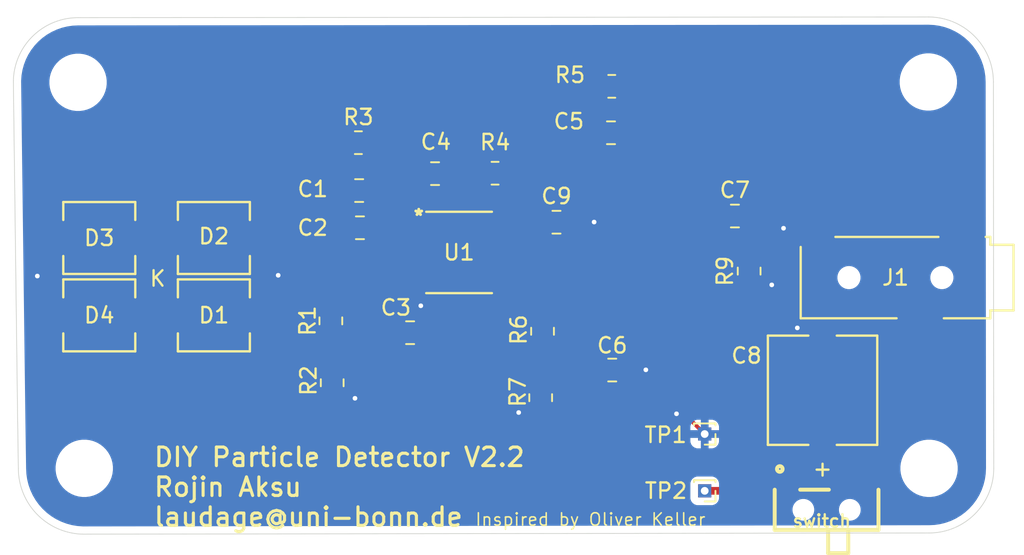
<source format=kicad_pcb>
(kicad_pcb (version 20241229) (generator "pcbnew") (generator_version "9.0")
  (layers (0 "F.Cu" signal) (2 "B.Cu" signal) (13 "F.Paste" user) (15 "B.Paste" user) (5 "F.SilkS" user "F.Silkscreen") (7 "B.SilkS" user "B.Silkscreen") (1 "F.Mask" user) (3 "B.Mask" user) (25 "Edge.Cuts" user))
  (net 0 "")
  (net 1 "Net-(U1--IN2)")
  (net 2 "/input_signal")
  (net 3 "GND")
  (net 4 "Net-(U1-+IN1)")
  (net 5 "Net-(C1-Pad2)")
  (net 6 "Net-(U1-OUT1)")
  (net 7 "Net-(U1-OUT2)")
  (net 8 "/output_signal")
  (net 9 "Net-(U1-+IN2)")
  (net 10 "VCC")
  (net 11 "Net-(SW2-A)")
  (net 12 "Net-(C4-Pad2)")
  (footprint "Capacitor_SMD:C_0805_2012Metric" (layer "F.Cu") (at 101.79 77.14)
    (property "Reference" "C9" (at 0 -1.68 0) (layer "F.SilkS"))
    (property "Value" "C" (hide yes))
    (fp_line (start -0.261252 -0.735) (end 0.261252 -0.735) (stroke (width 0.12)) (layer "F.SilkS"))
    (fp_line (start -0.261252 0.735) (end 0.261252 0.735) (stroke (width 0.12)) (layer "F.SilkS"))
    (pad "1" smd roundrect (at -0.95 0) (size 1 1.45) (layers "F.Cu" "F.Mask" "F.Paste") (net 10 "VCC"))
    (pad "2" smd roundrect (at 0.95 0) (size 1 1.45) (layers "F.Cu" "F.Mask" "F.Paste") (net 3 "GND"))
  )
  (footprint "footprints:LED_VBPW34S_VIS" (layer "F.Cu") (at 79.67 83.16)
    (property "Reference" "D1" (at 0 0 0) (layer "F.SilkS"))
    (property "Value" "BPW34-SMD" (hide yes))
    (fp_line (start -2.3241 -2.3241) (end -2.3241 -1.165191) (stroke (width 0.1524)) (layer "F.SilkS"))
    (fp_line (start -2.3241 1.165191) (end -2.3241 2.3241) (stroke (width 0.1524)) (layer "F.SilkS"))
    (fp_line (start -2.3241 2.3241) (end 2.3241 2.3241) (stroke (width 0.1524)) (layer "F.SilkS"))
    (fp_line (start 2.3241 -2.3241) (end -2.3241 -2.3241) (stroke (width 0.1524)) (layer "F.SilkS"))
    (fp_line (start 2.3241 -1.165191) (end 2.3241 -2.3241) (stroke (width 0.1524)) (layer "F.SilkS"))
    (fp_line (start 2.3241 2.3241) (end 2.3241 1.165191) (stroke (width 0.1524)) (layer "F.SilkS"))
    (pad "1" smd rect (at -3.0988 0) (size 1.2192 1.7526) (layers "F.Cu" "F.Mask" "F.Paste") (net 2 "/input_signal"))
    (pad "2" smd rect (at 3.0988 0) (size 1.2192 1.7526) (layers "F.Cu" "F.Mask" "F.Paste") (net 3 "GND"))
  )
  (footprint "footprints:R_8_ADI" (layer "F.Cu") (at 95.5 79.095)
    (property "Reference" "U1" (at 0 0 0) (layer "F.SilkS"))
    (property "Value" "AD8092ARZ-REEL7" (hide yes))
    (fp_line (start -2.1209 2.6289) (end 2.1209 2.6289) (stroke (width 0.1524)) (layer "F.SilkS"))
    (fp_line (start 2.1209 -2.6289) (end -2.1209 -2.6289) (stroke (width 0.1524)) (layer "F.SilkS"))
    (pad "1" smd rect (at -2.4638 -1.905) (size 1.9812 0.5588) (layers "F.Cu" "F.Mask" "F.Paste") (net 6 "Net-(U1-OUT1)"))
    (pad "2" smd rect (at -2.4638 -0.635) (size 1.9812 0.5588) (layers "F.Cu" "F.Mask" "F.Paste") (net 2 "/input_signal"))
    (pad "3" smd rect (at -2.4638 0.635) (size 1.9812 0.5588) (layers "F.Cu" "F.Mask" "F.Paste") (net 4 "Net-(U1-+IN1)"))
    (pad "4" smd rect (at -2.4638 1.905) (size 1.9812 0.5588) (layers "F.Cu" "F.Mask" "F.Paste") (net 3 "GND"))
    (pad "5" smd rect (at 2.4638 1.905) (size 1.9812 0.5588) (layers "F.Cu" "F.Mask" "F.Paste") (net 9 "Net-(U1-+IN2)"))
    (pad "6" smd rect (at 2.4638 0.635) (size 1.9812 0.5588) (layers "F.Cu" "F.Mask" "F.Paste") (net 1 "Net-(U1--IN2)"))
    (pad "7" smd rect (at 2.4638 -0.635) (size 1.9812 0.5588) (layers "F.Cu" "F.Mask" "F.Paste") (net 7 "Net-(U1-OUT2)"))
    (pad "8" smd rect (at 2.4638 -1.905) (size 1.9812 0.5588) (layers "F.Cu" "F.Mask" "F.Paste") (net 10 "VCC"))
  )
  (footprint "Resistor_SMD:R_0805_2012Metric" (layer "F.Cu") (at 87.30925 87.51575 -90)
    (property "Reference" "R2" (at -0.1375 1.5275 90) (layer "F.SilkS"))
    (property "Value" "15k" (hide yes))
    (fp_line (start -0.227064 0.735) (end 0.227064 0.735) (stroke (width 0.12)) (layer "F.SilkS"))
    (fp_line (start -0.227064 -0.735) (end 0.227064 -0.735) (stroke (width 0.12)) (layer "F.SilkS"))
    (pad "1" smd roundrect (at -0.9125 0 270) (size 1.025 1.4) (layers "F.Cu" "F.Mask" "F.Paste") (roundrect_rratio 0.243902) (net 4 "Net-(U1-+IN1)"))
    (pad "2" smd roundrect (at 0.9125 0 270) (size 1.025 1.4) (layers "F.Cu" "F.Mask" "F.Paste") (roundrect_rratio 0.243902) (net 3 "GND"))
  )
  (footprint "footprints:CONN_SJ-2523-SMT-TR_CUD" (layer "F.Cu") (at 123.68 80.72 180)
    (property "Reference" "J1" (at 0 0 0) (layer "F.SilkS"))
    (property "Value" "Conn_01x02" (hide yes))
    (fp_line (start 6.1214 -2.6289) (end 6.1214 1.979663) (stroke (width 0.1524)) (layer "F.SilkS"))
    (fp_line (start 3.879069 2.6289) (end -2.767854 2.6289) (stroke (width 0.1524)) (layer "F.SilkS"))
    (fp_line (start -0.06786 -2.6289) (end 6.1214 -2.6289) (stroke (width 0.1524)) (layer "F.SilkS"))
    (fp_line (start -5.820934 2.6289) (end -6.1214 2.6289) (stroke (width 0.1524)) (layer "F.SilkS"))
    (fp_line (start -6.1214 2.6289) (end -6.1214 2.1209) (stroke (width 0.1524)) (layer "F.SilkS"))
    (fp_line (start -6.1214 2.1209) (end -7.62 2.1209) (stroke (width 0.1524)) (layer "F.SilkS"))
    (fp_line (start -6.1214 -2.1209) (end -6.1214 -2.6289) (stroke (width 0.1524)) (layer "F.SilkS"))
    (fp_line (start -6.1214 -2.6289) (end -3.12094 -2.6289) (stroke (width 0.1524)) (layer "F.SilkS"))
    (fp_line (start -7.62 2.1209) (end -7.62 -2.1209) (stroke (width 0.1524)) (layer "F.SilkS"))
    (fp_line (start -7.62 -2.1209) (end -6.1214 -2.1209) (stroke (width 0.1524)) (layer "F.SilkS"))
    (pad "" np_thru_hole circle (at -2.994401 0 180) (size 0.9906 0.9906) (drill 0.9906) (layers "*.Cu" "*.Mask"))
    (pad "" np_thru_hole circle (at 3.0056 0 180) (size 0.9906 0.9906) (drill 0.9906) (layers "*.Cu" "*.Mask"))
    (pad "1" smd rect (at -4.294394 3.506203 180) (size 2.3876 2.3876) (layers "F.Cu" "F.Mask" "F.Paste") (net 8 "/output_signal"))
    (pad "2" smd rect (at 5.405609 3.506203 180) (size 2.3876 2.3876) (layers "F.Cu" "F.Mask" "F.Paste") (net 3 "GND"))
    (pad "3" smd rect (at -1.5944 -3.506191 180) (size 2.3876 2.3876) (layers "F.Cu" "F.Mask" "F.Paste"))
  )
  (footprint "Resistor_SMD:R_0805_2012Metric" (layer "F.Cu") (at 100.89 84.1875 -90)
    (property "Reference" "R6" (at -0.0975 1.54 90) (layer "F.SilkS"))
    (property "Value" "10k" (hide yes))
    (fp_line (start -0.227064 0.735) (end 0.227064 0.735) (stroke (width 0.12)) (layer "F.SilkS"))
    (fp_line (start -0.227064 -0.735) (end 0.227064 -0.735) (stroke (width 0.12)) (layer "F.SilkS"))
    (pad "1" smd roundrect (at -0.9125 0 270) (size 1.025 1.4) (layers "F.Cu" "F.Mask" "F.Paste") (roundrect_rratio 0.243902) (net 10 "VCC"))
    (pad "2" smd roundrect (at 0.9125 0 270) (size 1.025 1.4) (layers "F.Cu" "F.Mask" "F.Paste") (roundrect_rratio 0.243902) (net 9 "Net-(U1-+IN2)"))
  )
  (footprint "footprints:PCAP_EEHZ_D_PAN" (layer "F.Cu") (at 118.97 88 90)
    (property "Reference" "C8" (at 2.2346 -4.91 0) (layer "F.SilkS"))
    (property "Value" "47mikro" (hide yes))
    (fp_line (start 3.5306 -3.5306) (end -3.5306 -3.5306) (stroke (width 0.1524)) (layer "F.SilkS"))
    (fp_line (start -3.5306 -3.5306) (end -3.5306 -0.91694) (stroke (width 0.1524)) (layer "F.SilkS"))
    (fp_line (start 3.5306 -0.91694) (end 3.5306 -3.5306) (stroke (width 0.1524)) (layer "F.SilkS"))
    (fp_line (start -5.1308 -0.381) (end -5.1308 0.381) (stroke (width 0.1524)) (layer "F.SilkS"))
    (fp_line (start -4.7498 0) (end -5.5118 0) (stroke (width 0.1524)) (layer "F.SilkS"))
    (fp_line (start -3.5306 0.91694) (end -3.5306 3.5306) (stroke (width 0.1524)) (layer "F.SilkS"))
    (fp_line (start 3.5306 3.5306) (end 3.5306 0.91694) (stroke (width 0.1524)) (layer "F.SilkS"))
    (fp_line (start -3.5306 3.5306) (end 3.5306 3.5306) (stroke (width 0.1524)) (layer "F.SilkS"))
    (pad "1" smd rect (at -2.5146 0 90) (size 2.9972 1.1684) (layers "F.Cu" "F.Mask" "F.Paste") (net 10 "VCC"))
    (pad "2" smd rect (at 2.5146 0 90) (size 2.9972 1.1684) (layers "F.Cu" "F.Mask" "F.Paste") (net 3 "GND"))
  )
  (footprint "MountingHole:MountingHole_3.2mm_M3" (layer "F.Cu") (at 125.846188 93.046188)
    (property "Reference" "REF**" (hide yes))
    (property "Value" "MountingHole_3.2mm_M3" (hide yes))
    (pad "" np_thru_hole circle (at 0 0) (size 3.2 3.2) (drill 3.2) (layers "*.Cu" "*.Mask"))
  )
  (footprint "Capacitor_SMD:C_0805_2012Metric" (layer "F.Cu") (at 105.39 86.695 180)
    (property "Reference" "C6" (at 0 1.5875 0) (layer "F.SilkS"))
    (property "Value" "100n" (hide yes))
    (fp_line (start -0.261252 0.735) (end 0.261252 0.735) (stroke (width 0.12)) (layer "F.SilkS"))
    (fp_line (start -0.261252 -0.735) (end 0.261252 -0.735) (stroke (width 0.12)) (layer "F.SilkS"))
    (pad "1" smd roundrect (at -0.95 0 180) (size 1 1.45) (layers "F.Cu" "F.Mask" "F.Paste") (net 3 "GND"))
    (pad "2" smd roundrect (at 0.95 0 180) (size 1 1.45) (layers "F.Cu" "F.Mask" "F.Paste") (net 9 "Net-(U1-+IN2)"))
  )
  (footprint "Capacitor_SMD:C_0805_2012Metric" (layer "F.Cu") (at 89.05 75.095)
    (property "Reference" "C1" (at -3 -0.095 0) (layer "F.SilkS"))
    (property "Value" "10p" (hide yes))
    (fp_line (start -0.261252 -0.735) (end 0.261252 -0.735) (stroke (width 0.12)) (layer "F.SilkS"))
    (fp_line (start -0.261252 0.735) (end 0.261252 0.735) (stroke (width 0.12)) (layer "F.SilkS"))
    (pad "1" smd roundrect (at -0.95 0) (size 1 1.45) (layers "F.Cu" "F.Mask" "F.Paste") (net 2 "/input_signal"))
    (pad "2" smd roundrect (at 0.95 0) (size 1 1.45) (layers "F.Cu" "F.Mask" "F.Paste") (net 5 "Net-(C1-Pad2)"))
  )
  (footprint "Resistor_SMD:R_0805_2012Metric" (layer "F.Cu") (at 114.23 80.3 -90)
    (property "Reference" "R9" (at 0 1.56 90) (layer "F.SilkS"))
    (property "Value" "2.2k" (hide yes))
    (fp_line (start -0.227064 0.735) (end 0.227064 0.735) (stroke (width 0.12)) (layer "F.SilkS"))
    (fp_line (start -0.227064 -0.735) (end 0.227064 -0.735) (stroke (width 0.12)) (layer "F.SilkS"))
    (pad "1" smd roundrect (at -0.9125 0 270) (size 1.025 1.4) (layers "F.Cu" "F.Mask" "F.Paste") (roundrect_rratio 0.243902) (net 8 "/output_signal"))
    (pad "2" smd roundrect (at 0.9125 0 270) (size 1.025 1.4) (layers "F.Cu" "F.Mask" "F.Paste") (roundrect_rratio 0.243902) (net 3 "GND"))
  )
  (footprint "footprints:LED_VBPW34S_VIS" (layer "F.Cu") (at 72.27 83.16 180)
    (property "Reference" "D4" (at 0 0 0) (layer "F.SilkS"))
    (property "Value" "BPW34-SMD" (hide yes))
    (fp_line (start 2.3241 2.3241) (end 2.3241 1.165191) (stroke (width 0.1524)) (layer "F.SilkS"))
    (fp_line (start 2.3241 -1.165191) (end 2.3241 -2.3241) (stroke (width 0.1524)) (layer "F.SilkS"))
    (fp_line (start 2.3241 -2.3241) (end -2.3241 -2.3241) (stroke (width 0.1524)) (layer "F.SilkS"))
    (fp_line (start -2.3241 2.3241) (end 2.3241 2.3241) (stroke (width 0.1524)) (layer "F.SilkS"))
    (fp_line (start -2.3241 1.165191) (end -2.3241 2.3241) (stroke (width 0.1524)) (layer "F.SilkS"))
    (fp_line (start -2.3241 -2.3241) (end -2.3241 -1.165191) (stroke (width 0.1524)) (layer "F.SilkS"))
    (pad "1" smd rect (at -3.0988 0 180) (size 1.2192 1.7526) (layers "F.Cu" "F.Mask" "F.Paste") (net 2 "/input_signal"))
    (pad "2" smd rect (at 3.0988 0 180) (size 1.2192 1.7526) (layers "F.Cu" "F.Mask" "F.Paste") (net 3 "GND"))
  )
  (footprint "MountingHole:MountingHole_3.2mm_M3" (layer "F.Cu") (at 71.3 93.046188)
    (property "Reference" "REF**" (hide yes))
    (property "Value" "MountingHole_3.2mm_M3" (hide yes))
    (pad "" np_thru_hole circle (at 0 0) (size 3.2 3.2) (drill 3.2) (layers "*.Cu" "*.Mask"))
  )
  (footprint "Capacitor_SMD:C_0805_2012Metric" (layer "F.Cu") (at 92.34 84.28)
    (property "Reference" "C3" (at -0.92 -1.62 0) (layer "F.SilkS"))
    (property "Value" "100n" (hide yes))
    (fp_line (start -0.261252 -0.735) (end 0.261252 -0.735) (stroke (width 0.12)) (layer "F.SilkS"))
    (fp_line (start -0.261252 0.735) (end 0.261252 0.735) (stroke (width 0.12)) (layer "F.SilkS"))
    (pad "1" smd roundrect (at -0.95 0) (size 1 1.45) (layers "F.Cu" "F.Mask" "F.Paste") (net 4 "Net-(U1-+IN1)"))
    (pad "2" smd roundrect (at 0.95 0) (size 1 1.45) (layers "F.Cu" "F.Mask" "F.Paste") (net 3 "GND"))
  )
  (footprint "MountingHole:MountingHole_3.2mm_M3" (layer "F.Cu") (at 70.9 68.1)
    (property "Reference" "REF**" (hide yes))
    (property "Value" "MountingHole_3.2mm_M3" (hide yes))
    (pad "" np_thru_hole circle (at 0 0) (size 3.2 3.2) (drill 3.2) (layers "*.Cu" "*.Mask"))
  )
  (footprint "footprints:SSSS810701" (layer "F.Cu") (at 119.98 93.976335)
    (property "Reference" "switch" (at -1.06 2.473665 0) (layer "F.SilkS") (effects (font (size 0.8 0.8) (thickness 0.15) (bold yes))))
    (property "Value" "SW_SPST" (hide yes))
    (fp_line (start -4.1 3.05) (end -4.1 0.45) (stroke (width 0.254)) (layer "F.SilkS"))
    (fp_line (start -2.45367 0.45) (end -0.60467 0.45) (stroke (width 0.254)) (layer "F.SilkS"))
    (fp_line (start -0.65 3.05) (end -0.65 4.55) (stroke (width 0.254)) (layer "F.SilkS"))
    (fp_line (start -0.65 4.55) (end 0.65 4.55) (stroke (width 0.254)) (layer "F.SilkS"))
    (fp_line (start 0.65 4.55) (end 0.65 3.05) (stroke (width 0.254)) (layer "F.SilkS"))
    (fp_line (start 2.6 0.45) (end 2.6 3.05) (stroke (width 0.254)) (layer "F.SilkS"))
    (fp_line (start 2.6 3.05) (end -4.1 3.05) (stroke (width 0.254)) (layer "F.SilkS"))
    (fp_circle (center -3.77033 -0.88867) (end -3.77033 -0.83467) (stroke (width 0.254)) (fill no) (layer "F.SilkS"))
    (pad "" np_thru_hole circle (at -2.25 1.75) (size 0.9 0.9) (drill 0.9) (layers "*.Cu" "*.Mask"))
    (pad "" np_thru_hole circle (at 0.75 1.75) (size 0.9 0.9) (drill 0.9) (layers "*.Cu" "*.Mask"))
    (pad "1" smd rect (at -3 0) (size 0.7 1.5) (layers "F.Cu" "F.Mask" "F.Paste") (net 11 "Net-(SW2-A)"))
    (pad "2" smd rect (at 0 0) (size 0.7 1.5) (layers "F.Cu" "F.Mask" "F.Paste") (net 10 "VCC"))
    (pad "3" smd rect (at 1.5 0) (size 0.7 1.5) (layers "F.Cu" "F.Mask" "F.Paste"))
  )
  (footprint "Connector_PinHeader_1.00mm:PinHeader_1x01_P1.00mm_Vertical" (layer "F.Cu") (at 111.36 90.83 180)
    (property "Reference" "TP1" (at 2.52 -0.06 0) (layer "F.SilkS"))
    (property "Value" "-" (hide yes))
    (fp_line (start 0.695 0.685) (end 0.695 0.56) (stroke (width 0.12)) (layer "F.SilkS"))
    (fp_line (start 0.608276 0.685) (end 0.695 0.685) (stroke (width 0.12)) (layer "F.SilkS"))
    (fp_line (start -0.695 0.685) (end 0.695 0.685) (stroke (width 0.12)) (layer "F.SilkS"))
    (fp_line (start -0.695 0.685) (end -0.608276 0.685) (stroke (width 0.12)) (layer "F.SilkS"))
    (fp_line (start -0.695 0.685) (end -0.695 0.56) (stroke (width 0.12)) (layer "F.SilkS"))
    (fp_line (start -0.695 0) (end -0.695 -0.685) (stroke (width 0.12)) (layer "F.SilkS"))
    (fp_line (start -0.695 -0.685) (end 0 -0.685) (stroke (width 0.12)) (layer "F.SilkS"))
    (pad "1" thru_hole rect (at 0 0 180) (size 0.85 0.85) (drill 0.5) (layers "*.Cu" "*.Mask") (net 3 "GND"))
  )
  (footprint "Capacitor_SMD:C_0805_2012Metric" (layer "F.Cu") (at 89.1 77.5)
    (property "Reference" "C2" (at -3.05 0 0) (layer "F.SilkS"))
    (property "Value" "10p" (hide yes))
    (fp_line (start -0.261252 -0.735) (end 0.261252 -0.735) (stroke (width 0.12)) (layer "F.SilkS"))
    (fp_line (start -0.261252 0.735) (end 0.261252 0.735) (stroke (width 0.12)) (layer "F.SilkS"))
    (pad "1" smd roundrect (at -0.95 0) (size 1 1.45) (layers "F.Cu" "F.Mask" "F.Paste") (net 5 "Net-(C1-Pad2)"))
    (pad "2" smd roundrect (at 0.95 0) (size 1 1.45) (layers "F.Cu" "F.Mask" "F.Paste") (net 6 "Net-(U1-OUT1)"))
  )
  (footprint "Connector_PinHeader_1.00mm:PinHeader_1x01_P1.00mm_Vertical" (layer "F.Cu") (at 111.36 94.5 180)
    (property "Reference" "TP2" (at 2.5 0 0) (layer "F.SilkS"))
    (property "Value" "+" (hide yes))
    (fp_line (start 0.695 0.685) (end 0.695 0.56) (stroke (width 0.12)) (layer "F.SilkS"))
    (fp_line (start 0.608276 0.685) (end 0.695 0.685) (stroke (width 0.12)) (layer "F.SilkS"))
    (fp_line (start -0.695 0.685) (end 0.695 0.685) (stroke (width 0.12)) (layer "F.SilkS"))
    (fp_line (start -0.695 0.685) (end -0.608276 0.685) (stroke (width 0.12)) (layer "F.SilkS"))
    (fp_line (start -0.695 0.685) (end -0.695 0.56) (stroke (width 0.12)) (layer "F.SilkS"))
    (fp_line (start -0.695 0) (end -0.695 -0.685) (stroke (width 0.12)) (layer "F.SilkS"))
    (fp_line (start -0.695 -0.685) (end 0 -0.685) (stroke (width 0.12)) (layer "F.SilkS"))
    (pad "1" thru_hole rect (at 0 0 180) (size 0.85 0.85) (drill 0.5) (layers "*.Cu" "*.Mask") (net 11 "Net-(SW2-A)"))
  )
  (footprint "footprints:LED_VBPW34S_VIS" (layer "F.Cu") (at 79.67 78.16)
    (property "Reference" "D2" (at 0 -0.1092 0) (layer "F.SilkS"))
    (property "Value" "BPW34-SMD" (hide yes))
    (fp_line (start -2.3241 -2.3241) (end -2.3241 -1.165191) (stroke (width 0.1524)) (layer "F.SilkS"))
    (fp_line (start -2.3241 1.165191) (end -2.3241 2.3241) (stroke (width 0.1524)) (layer "F.SilkS"))
    (fp_line (start -2.3241 2.3241) (end 2.3241 2.3241) (stroke (width 0.1524)) (layer "F.SilkS"))
    (fp_line (start 2.3241 -2.3241) (end -2.3241 -2.3241) (stroke (width 0.1524)) (layer "F.SilkS"))
    (fp_line (start 2.3241 -1.165191) (end 2.3241 -2.3241) (stroke (width 0.1524)) (layer "F.SilkS"))
    (fp_line (start 2.3241 2.3241) (end 2.3241 1.165191) (stroke (width 0.1524)) (layer "F.SilkS"))
    (pad "1" smd rect (at -3.0988 0) (size 1.2192 1.7526) (layers "F.Cu" "F.Mask" "F.Paste") (net 2 "/input_signal"))
    (pad "2" smd rect (at 3.0988 0) (size 1.2192 1.7526) (layers "F.Cu" "F.Mask" "F.Paste") (net 3 "GND"))
  )
  (footprint "Resistor_SMD:R_0805_2012Metric" (layer "F.Cu") (at 89 72)
    (property "Reference" "R3" (at 0 -1.65 0) (layer "F.SilkS"))
    (property "Value" "15Mega" (hide yes))
    (fp_line (start -0.227064 -0.735) (end 0.227064 -0.735) (stroke (width 0.12)) (layer "F.SilkS"))
    (fp_line (start -0.227064 0.735) (end 0.227064 0.735) (stroke (width 0.12)) (layer "F.SilkS"))
    (pad "1" smd roundrect (at -0.9125 0) (size 1.025 1.4) (layers "F.Cu" "F.Mask" "F.Paste") (roundrect_rratio 0.243902) (net 2 "/input_signal"))
    (pad "2" smd roundrect (at 0.9125 0) (size 1.025 1.4) (layers "F.Cu" "F.Mask" "F.Paste") (roundrect_rratio 0.243902) (net 6 "Net-(U1-OUT1)"))
  )
  (footprint "Resistor_SMD:R_0805_2012Metric" (layer "F.Cu") (at 100.77 88.48 -90)
    (property "Reference" "R7" (at -0.37 1.48 90) (layer "F.SilkS"))
    (property "Value" "10k" (hide yes))
    (fp_line (start -0.227064 0.735) (end 0.227064 0.735) (stroke (width 0.12)) (layer "F.SilkS"))
    (fp_line (start -0.227064 -0.735) (end 0.227064 -0.735) (stroke (width 0.12)) (layer "F.SilkS"))
    (pad "1" smd roundrect (at -0.9125 0 270) (size 1.025 1.4) (layers "F.Cu" "F.Mask" "F.Paste") (roundrect_rratio 0.243902) (net 9 "Net-(U1-+IN2)"))
    (pad "2" smd roundrect (at 0.9125 0 270) (size 1.025 1.4) (layers "F.Cu" "F.Mask" "F.Paste") (roundrect_rratio 0.243902) (net 3 "GND"))
  )
  (footprint "footprints:LED_VBPW34S_VIS" (layer "F.Cu") (at 72.27 78.16 180)
    (property "Reference" "D3" (at 0 0 0) (layer "F.SilkS"))
    (property "Value" "BPW34-SMD" (hide yes))
    (fp_line (start 2.3241 2.3241) (end 2.3241 1.165191) (stroke (width 0.1524)) (layer "F.SilkS"))
    (fp_line (start 2.3241 -1.165191) (end 2.3241 -2.3241) (stroke (width 0.1524)) (layer "F.SilkS"))
    (fp_line (start 2.3241 -2.3241) (end -2.3241 -2.3241) (stroke (width 0.1524)) (layer "F.SilkS"))
    (fp_line (start -2.3241 2.3241) (end 2.3241 2.3241) (stroke (width 0.1524)) (layer "F.SilkS"))
    (fp_line (start -2.3241 1.165191) (end -2.3241 2.3241) (stroke (width 0.1524)) (layer "F.SilkS"))
    (fp_line (start -2.3241 -2.3241) (end -2.3241 -1.165191) (stroke (width 0.1524)) (layer "F.SilkS"))
    (pad "1" smd rect (at -3.0988 0 180) (size 1.2192 1.7526) (layers "F.Cu" "F.Mask" "F.Paste") (net 2 "/input_signal"))
    (pad "2" smd rect (at 3.0988 0 180) (size 1.2192 1.7526) (layers "F.Cu" "F.Mask" "F.Paste") (net 3 "GND"))
  )
  (footprint "MountingHole:MountingHole_3.2mm_M3" (layer "F.Cu") (at 125.799999 68.077321)
    (property "Reference" "REF**" (hide yes))
    (property "Value" "MountingHole_3.2mm_M3" (hide yes))
    (pad "" np_thru_hole circle (at 0 0) (size 3.2 3.2) (drill 3.2) (layers "*.Cu" "*.Mask"))
  )
  (footprint "Capacitor_SMD:C_0805_2012Metric" (layer "F.Cu") (at 93.95 74)
    (property "Reference" "C4" (at 0.05 -2.05 0) (layer "F.SilkS"))
    (property "Value" "100n" (hide yes))
    (fp_line (start -0.261252 -0.735) (end 0.261252 -0.735) (stroke (width 0.12)) (layer "F.SilkS"))
    (fp_line (start -0.261252 0.735) (end 0.261252 0.735) (stroke (width 0.12)) (layer "F.SilkS"))
    (pad "1" smd roundrect (at -0.95 0) (size 1 1.45) (layers "F.Cu" "F.Mask" "F.Paste") (net 6 "Net-(U1-OUT1)"))
    (pad "2" smd roundrect (at 0.95 0) (size 1 1.45) (layers "F.Cu" "F.Mask" "F.Paste") (net 12 "Net-(C4-Pad2)"))
  )
  (footprint "Resistor_SMD:R_0805_2012Metric" (layer "F.Cu") (at 97.825 73.975)
    (property "Reference" "R4" (at 0 -2 0) (layer "F.SilkS"))
    (property "Value" "1k" (hide yes))
    (fp_line (start -0.227064 -0.735) (end 0.227064 -0.735) (stroke (width 0.12)) (layer "F.SilkS"))
    (fp_line (start -0.227064 0.735) (end 0.227064 0.735) (stroke (width 0.12)) (layer "F.SilkS"))
    (pad "1" smd roundrect (at -0.9125 0) (size 1.025 1.4) (layers "F.Cu" "F.Mask" "F.Paste") (roundrect_rratio 0.243902) (net 12 "Net-(C4-Pad2)"))
    (pad "2" smd roundrect (at 0.9125 0) (size 1.025 1.4) (layers "F.Cu" "F.Mask" "F.Paste") (roundrect_rratio 0.243902) (net 1 "Net-(U1--IN2)"))
  )
  (footprint "Capacitor_SMD:C_0805_2012Metric" (layer "F.Cu") (at 105.31 71.36)
    (property "Reference" "C5" (at -2.72 -0.735 0) (layer "F.SilkS"))
    (property "Value" "10p" (hide yes))
    (fp_line (start -0.261252 -0.735) (end 0.261252 -0.735) (stroke (width 0.12)) (layer "F.SilkS"))
    (fp_line (start -0.261252 0.735) (end 0.261252 0.735) (stroke (width 0.12)) (layer "F.SilkS"))
    (pad "1" smd roundrect (at -0.95 0) (size 1 1.45) (layers "F.Cu" "F.Mask" "F.Paste") (net 1 "Net-(U1--IN2)"))
    (pad "2" smd roundrect (at 0.95 0) (size 1 1.45) (layers "F.Cu" "F.Mask" "F.Paste") (net 7 "Net-(U1-OUT2)"))
  )
  (footprint "Resistor_SMD:R_0805_2012Metric" (layer "F.Cu") (at 105.36 68.36)
    (property "Reference" "R5" (at -2.7 -0.735 0) (layer "F.SilkS"))
    (property "Value" "100k" (hide yes))
    (fp_line (start -0.227064 -0.735) (end 0.227064 -0.735) (stroke (width 0.12)) (layer "F.SilkS"))
    (fp_line (start -0.227064 0.735) (end 0.227064 0.735) (stroke (width 0.12)) (layer "F.SilkS"))
    (pad "1" smd roundrect (at -0.9125 0) (size 1.025 1.4) (layers "F.Cu" "F.Mask" "F.Paste") (roundrect_rratio 0.243902) (net 1 "Net-(U1--IN2)"))
    (pad "2" smd roundrect (at 0.9125 0) (size 1.025 1.4) (layers "F.Cu" "F.Mask" "F.Paste") (roundrect_rratio 0.243902) (net 7 "Net-(U1-OUT2)"))
  )
  (footprint "Resistor_SMD:R_0805_2012Metric" (layer "F.Cu") (at 87.22175 83.51575 90)
    (property "Reference" "R1" (at 0 -1.5 90) (layer "F.SilkS"))
    (property "Value" "4.7k" (hide yes))
    (fp_line (start -0.227064 -0.735) (end 0.227064 -0.735) (stroke (width 0.12)) (layer "F.SilkS"))
    (fp_line (start -0.227064 0.735) (end 0.227064 0.735) (stroke (width 0.12)) (layer "F.SilkS"))
    (pad "1" smd roundrect (at -0.9125 0 90) (size 1.025 1.4) (layers "F.Cu" "F.Mask" "F.Paste") (roundrect_rratio 0.243902) (net 10 "VCC"))
    (pad "2" smd roundrect (at 0.9125 0 90) (size 1.025 1.4) (layers "F.Cu" "F.Mask" "F.Paste") (roundrect_rratio 0.243902) (net 4 "Net-(U1-+IN1)"))
  )
  (footprint "Capacitor_SMD:C_0805_2012Metric" (layer "F.Cu") (at 113.31 76.74)
    (property "Reference" "C7" (at 0 -1.68 0) (layer "F.SilkS"))
    (property "Value" "100n" (hide yes))
    (fp_line (start -0.261252 -0.735) (end 0.261252 -0.735) (stroke (width 0.12)) (layer "F.SilkS"))
    (fp_line (start -0.261252 0.735) (end 0.261252 0.735) (stroke (width 0.12)) (layer "F.SilkS"))
    (pad "1" smd roundrect (at -0.95 0) (size 1 1.45) (layers "F.Cu" "F.Mask" "F.Paste") (net 7 "Net-(U1-OUT2)"))
    (pad "2" smd roundrect (at 0.95 0) (size 1 1.45) (layers "F.Cu" "F.Mask" "F.Paste") (net 8 "/output_signal"))
  )
  (gr_arc (start 71.2 97.3) (mid 68.256145 96.019374) (end 67.045025 93.046249) (stroke (width 0.05)) (layer "Edge.Cuts"))
  (gr_line (start 125.8462 97.223509) (end 71.2 97.3) (stroke (width 0.05)) (layer "Edge.Cuts"))
  (gr_line (start 70.90531 63.921487) (end 125.82 63.8773) (stroke (width 0.05)) (layer "Edge.Cuts"))
  (gr_line (start 67 90) (end 67.045025 93.0462) (stroke (width 0.05)) (layer "Edge.Cuts"))
  (gr_arc (start 125.82 63.8773) (mid 128.776952 65.114504) (end 130.000048 68.07732) (stroke (width 0.05)) (layer "Edge.Cuts"))
  (gr_arc (start 66.72268 68) (mid 67.980912 65.110196) (end 70.9 63.921483) (stroke (width 0.05)) (layer "Edge.Cuts"))
  (gr_line (start 66.72268 68) (end 67 90) (stroke (width 0.05)) (layer "Edge.Cuts"))
  (gr_arc (start 130.023509 93.046189) (mid 128.800007 96) (end 125.8462 97.223509) (stroke (width 0.05)) (layer "Edge.Cuts"))
  (gr_line (start 130 68.07732) (end 130.023509 93.046189) (stroke (width 0.05)) (layer "Edge.Cuts"))
  (gr_text "DIY Particle Detector V2.2\nRojin Aksu \nlaudage@uni-bonn.de" (at 75.7 96.89 0) (layer "F.SilkS") (effects (font (size 1.2 1.2) (thickness 0.2)) (justify left bottom)))
  (gr_text "*" (at 92.47 77.21 0) (layer "F.SilkS") (effects (font (size 0.8 0.8) (thickness 0.1875)) (justify left bottom)))
  (gr_text "Inspired by Oliver Keller" (at 96.49 96.82 0) (layer "F.SilkS") (effects (font (size 0.8 0.8) (thickness 0.1)) (justify left bottom)))
  (gr_text "K" (at 75.44 81.37 0) (layer "F.SilkS") (effects (font (size 1 1)) (justify left bottom)))
  (segment (start 98.7375 73.975) (end 100.97 73.975) (width 0.25) (layer "F.Cu") (net 1))
  (segment (start 104.846 77.764) (end 102.88 79.73) (width 0.25) (layer "F.Cu") (net 1))
  (segment (start 102.2 72.735) (end 102.2 69.03) (width 0.25) (layer "F.Cu") (net 1))
  (segment (start 101.950298 73.975) (end 101.950298 72.984702) (width 0.25) (layer "F.Cu") (net 1))
  (segment (start 102.87 68.36) (end 104.4475 68.36) (width 0.25) (layer "F.Cu") (net 1))
  (segment (start 100.97 73.975) (end 101.950298 73.975) (width 0.25) (layer "F.Cu") (net 1))
  (segment (start 102.2 69.03) (end 102.87 68.36) (width 0.25) (layer "F.Cu") (net 1))
  (segment (start 102.985 72.735) (end 104.36 71.36) (width 0.25) (layer "F.Cu") (net 1))
  (segment (start 101.950298 72.984702) (end 102.2 72.735) (width 0.25) (layer "F.Cu") (net 1))
  (segment (start 102.88 79.73) (end 97.9638 79.73) (width 0.25) (layer "F.Cu") (net 1))
  (segment (start 102.2 72.735) (end 102.985 72.735) (width 0.25) (layer "F.Cu") (net 1))
  (segment (start 101.950298 73.975) (end 104.846 76.870702) (width 0.25) (layer "F.Cu") (net 1))
  (segment (start 104.846 76.870702) (end 104.846 77.764) (width 0.25) (layer "F.Cu") (net 1))
  (segment (start 92.325 78.46) (end 93.0362 78.46) (width 0.2) (layer "F.Cu") (net 2))
  (segment (start 85.08 72) (end 88.0875 72) (width 0.25) (layer "F.Cu") (net 2))
  (segment (start 76.5712 78.16) (end 75.3688 78.16) (width 0.25) (layer "F.Cu") (net 2))
  (segment (start 83.03 86.3) (end 76.28 86.3) (width 0.25) (layer "F.Cu") (net 2))
  (segment (start 85.08 77.6792) (end 86.5254 79.1246) (width 0.25) (layer "F.Cu") (net 2))
  (segment (start 86.5254 79.1246) (end 92.3716 79.1246) (width 0.25) (layer "F.Cu") (net 2))
  (segment (start 85.08 80.57) (end 85.08 84.25) (width 0.25) (layer "F.Cu") (net 2))
  (segment (start 85.08 84.25) (end 83.03 86.3) (width 0.25) (layer "F.Cu") (net 2))
  (segment (start 76.28 86.3) (end 75.3688 85.3888) (width 0.25) (layer "F.Cu") (net 2))
  (segment (start 85.08 72) (end 85.08 77.6792) (width 0.25) (layer "F.Cu") (net 2))
  (segment (start 75.3688 78.16) (end 75.3688 72.9512) (width 0.25) (layer "F.Cu") (net 2))
  (segment (start 92.3716 79.1246) (end 93.0362 78.46) (width 0.25) (layer "F.Cu") (net 2))
  (segment (start 76.32 72) (end 85.08 72) (width 0.25) (layer "F.Cu") (net 2))
  (segment (start 75.3688 72.9512) (end 76.32 72) (width 0.25) (layer "F.Cu") (net 2))
  (segment (start 92.9702 78.526) (end 93.0362 78.46) (width 0.2) (layer "F.Cu") (net 2))
  (segment (start 86.5254 79.1246) (end 85.08 80.57) (width 0.25) (layer "F.Cu") (net 2))
  (segment (start 88.1 75.095) (end 85.285 75.095) (width 0.25) (layer "F.Cu") (net 2))
  (segment (start 75.3688 85.3888) (end 75.3688 83.16) (width 0.25) (layer "F.Cu") (net 2))
  (segment (start 93.03 82.54) (end 93.03 84.02) (width 0.25) (layer "F.Cu") (net 3))
  (segment (start 88.68825 88.42825) (end 88.78 88.52) (width 0.2) (layer "F.Cu") (net 3))
  (segment (start 110.05 89.52) (end 111.36 90.83) (width 0.25) (layer "F.Cu") (net 3))
  (segment (start 83.8212 80.5712) (end 82.7688 79.5188) (width 0.25) (layer "F.Cu") (net 3))
  (segment (start 69.1712 78.16) (end 69.1712 79.7188) (width 0.25) (layer "F.Cu") (net 3))
  (segment (start 102.74 77.14) (end 104.21 77.14) (width 0.25) (layer "F.Cu") (net 3))
  (segment (start 117.835992 83.97) (end 118.97 85.104008) (width 0.25) (layer "F.Cu") (net 3))
  (segment (start 104.21 77.14) (end 104.22 77.13) (width 0.25) (layer "F.Cu") (net 3))
  (segment (start 93.0362 82.5338) (end 93.03 82.54) (width 0.25) (layer "F.Cu") (net 3))
  (segment (start 114.23 81.2125) (end 115.6675 81.2125) (width 0.25) (layer "F.Cu") (net 3))
  (segment (start 83.8212 80.5712) (end 82.7688 81.6236) (width 0.25) (layer "F.Cu") (net 3))
  (segment (start 117.34 83.97) (end 117.835992 83.97) (width 0.25) (layer "F.Cu") (net 3))
  (segment (start 93.03 84.02) (end 93.29 84.28) (width 0.25) (layer "F.Cu") (net 3))
  (segment (start 115.6675 81.2125) (end 115.69 81.19) (width 0.25) (layer "F.Cu") (net 3))
  (segment (start 69.1712 81.5212) (end 69.1712 83.16) (width 0.25) (layer "F.Cu") (net 3))
  (segment (start 118.97 85.104008) (end 118.97 85.4854) (width 0.25) (layer "F.Cu") (net 3))
  (segment (start 69.1712 79.7188) (end 68.27 80.62) (width 0.25) (layer "F.Cu") (net 3))
  (segment (start 118.384088 77.53) (end 118.584391 77.329697) (width 0.25) (layer "F.Cu") (net 3))
  (segment (start 82.7688 81.6236) (end 82.7688 83.16) (width 0.25) (layer "F.Cu") (net 3))
  (segment (start 118.51 85.358608) (end 118.51 85.74) (width 0.25) (layer "F.Cu") (net 3))
  (segment (start 87.30925 88.42825) (end 88.68825 88.42825) (width 0.2) (layer "F.Cu") (net 3))
  (segment (start 100.77 89.3925) (end 99.3975 89.3925) (width 0.2) (layer "F.Cu") (net 3))
  (segment (start 118.584391 77.329697) (end 118.584391 77.644359) (width 0.25) (layer "F.Cu") (net 3))
  (segment (start 107.545 86.695) (end 107.56 86.68) (width 0.2) (layer "F.Cu") (net 3))
  (segment (start 69.1712 81.5212) (end 68.27 80.62) (width 0.25) (layer "F.Cu") (net 3))
  (segment (start 116.45 77.53) (end 118.384088 77.53) (width 0.25) (layer "F.Cu") (net 3))
  (segment (start 99.3975 89.3925) (end 99.35 89.44) (width 0.2) (layer "F.Cu") (net 3))
  (segment (start 87.00325 88.73425) (end 87.30925 88.42825) (width 0.2) (layer "F.Cu") (net 3))
  (segment (start 93.0362 81) (end 93.0362 82.5338) (width 0.25) (layer "F.Cu") (net 3))
  (segment (start 109.54 89.52) (end 110.05 89.52) (width 0.25) (layer "F.Cu") (net 3))
  (segment (start 118.97 85.139364) (end 118.97 85.4854) (width 0.2) (layer "F.Cu") (net 3))
  (segment (start 82.7688 79.5188) (end 82.7688 78.16) (width 0.25) (layer "F.Cu") (net 3))
  (segment (start 106.34 86.695) (end 107.545 86.695) (width 0.2) (layer "F.Cu") (net 3))
  (via (at 68.27 80.62) (size 0.6) (drill 0.3) (layers "F.Cu" "B.Cu") (net 3))
  (via (at 99.35 89.44) (size 0.6) (drill 0.3) (layers "F.Cu" "B.Cu") (net 3))
  (via (at 107.56 86.68) (size 0.6) (drill 0.3) (layers "F.Cu" "B.Cu") (net 3))
  (via (at 104.22 77.13) (size 0.6) (drill 0.3) (layers "F.Cu" "B.Cu") (net 3))
  (via (at 115.69 81.19) (size 0.6) (drill 0.3) (layers "F.Cu" "B.Cu") (net 3))
  (via (at 83.8212 80.5712) (size 0.6) (drill 0.3) (layers "F.Cu" "B.Cu") (net 3))
  (via (at 116.45 77.53) (size 0.6) (drill 0.3) (layers "F.Cu" "B.Cu") (net 3))
  (via (at 117.34 83.97) (size 0.6) (drill 0.3) (layers "F.Cu" "B.Cu") (net 3))
  (via (at 93.03 82.54) (size 0.6) (drill 0.3) (layers "F.Cu" "B.Cu") (net 3))
  (via (at 109.54 89.52) (size 0.6) (drill 0.3) (layers "F.Cu" "B.Cu") (net 3))
  (via (at 88.78 88.52) (size 0.6) (drill 0.3) (layers "F.Cu" "B.Cu") (net 3))
  (segment (start 87.90675 82.60325) (end 88.89175 83.58825) (width 0.25) (layer "F.Cu") (net 4))
  (segment (start 90.29175 83.58825) (end 90.69825 83.58825) (width 0.25) (layer "F.Cu") (net 4))
  (segment (start 89.92 82.135) (end 89.92 83.2165) (width 0.25) (layer "F.Cu") (net 4))
  (segment (start 87.86675 86.60325) (end 88.89175 85.57825) (width 0.25) (layer "F.Cu") (net 4))
  (segment (start 93.0362 79.73) (end 92.325 79.73) (width 0.2) (layer "F.Cu") (net 4))
  (segment (start 87.22175 82.60325) (end 87.90675 82.60325) (width 0.25) (layer "F.Cu") (net 4))
  (segment (start 89.92 83.2165) (end 90.29175 83.58825) (width 0.25) (layer "F.Cu") (net 4))
  (segment (start 87.30925 86.60325) (end 87.86675 86.60325) (width 0.25) (layer "F.Cu") (net 4))
  (segment (start 92.325 79.73) (end 89.92 82.135) (width 0.25) (layer "F.Cu") (net 4))
  (segment (start 90.29175 83.58825) (end 88.89175 83.58825) (width 0.25) (layer "F.Cu") (net 4))
  (segment (start 88.89175 83.58825) (end 88.89175 85.57825) (width 0.25) (layer "F.Cu") (net 4))
  (segment (start 90.69825 83.58825) (end 91.39 84.28) (width 0.2) (layer "F.Cu") (net 4))
  (segment (start 88.15 76.945) (end 88.15 77.5) (width 0.25) (layer "F.Cu") (net 5))
  (segment (start 90 75.095) (end 88.15 76.945) (width 0.25) (layer "F.Cu") (net 5))
  (segment (start 91.47 74) (end 93 74) (width 0.25) (layer "F.Cu") (net 6))
  (segment (start 91.21 73.2975) (end 91.21 74.25) (width 0.25) (layer "F.Cu") (net 6))
  (segment (start 90.05 77.5) (end 91.21 77.5) (width 0.25) (layer "F.Cu") (net 6))
  (segment (start 91.21 74.25) (end 91.21 77.5) (width 0.25) (layer "F.Cu") (net 6))
  (segment (start 91.21 74.25) (end 91.22 74.25) (width 0.25) (layer "F.Cu") (net 6))
  (segment (start 89.9125 72) (end 91.21 73.2975) (width 0.25) (layer "F.Cu") (net 6))
  (segment (start 92.7262 77.5) (end 93.0362 77.19) (width 0.25) (layer "F.Cu") (net 6))
  (segment (start 91.21 77.5) (end 92.7262 77.5) (width 0.25) (layer "F.Cu") (net 6))
  (segment (start 91.22 74.25) (end 91.47 74) (width 0.25) (layer "F.Cu") (net 6))
  (segment (start 112.36 76.74) (end 112.35 76.75) (width 0.25) (layer "F.Cu") (net 7))
  (segment (start 97.3618 78.46) (end 96.5 79.3218) (width 0.25) (layer "F.Cu") (net 7))
  (segment (start 112.35 76.75) (end 106.13 76.75) (width 0.25) (layer "F.Cu") (net 7))
  (segment (start 108.845 69.045) (end 108.845 71.64) (width 0.25) (layer "F.Cu") (net 7))
  (segment (start 96.5 79.3218) (end 96.5 80.1382) (width 0.25) (layer "F.Cu") (net 7))
  (segment (start 96.7218 80.36) (end 102.99 80.36) (width 0.25) (layer "F.Cu") (net 7))
  (segment (start 96.5 80.1382) (end 96.7218 80.36) (width 0.25) (layer "F.Cu") (net 7))
  (segment (start 102.99 80.36) (end 105.6 77.75) (width 0.25) (layer "F.Cu") (net 7))
  (segment (start 108.565 71.36) (end 108.845 71.64) (width 0.25) (layer "F.Cu") (net 7))
  (segment (start 106.13 76.75) (end 105.6 76.22) (width 0.25) (layer "F.Cu") (net 7))
  (segment (start 97.3618 78.46) (end 97.9638 78.46) (width 0.2) (layer "F.Cu") (net 7))
  (segment (start 105.6 76.22) (end 105.6 75.23) (width 0.25) (layer "F.Cu") (net 7))
  (segment (start 106.2725 68.36) (end 108.16 68.36) (width 0.25) (layer "F.Cu") (net 7))
  (segment (start 97.3118 78.46) (end 97.9638 78.46) (width 0.25) (layer "F.Cu") (net 7))
  (segment (start 108.845 72.65) (end 108.845 71.64) (width 0.25) (layer "F.Cu") (net 7))
  (segment (start 108.18 72.65) (end 108.845 72.65) (width 0.25) (layer "F.Cu") (net 7))
  (segment (start 105.6 75.23) (end 108.18 72.65) (width 0.25) (layer "F.Cu") (net 7))
  (segment (start 108.16 68.36) (end 108.845 69.045) (width 0.25) (layer "F.Cu") (net 7))
  (segment (start 105.6 77.75) (end 105.6 76.22) (width 0.25) (layer "F.Cu") (net 7))
  (segment (start 106.26 71.36) (end 108.565 71.36) (width 0.25) (layer "F.Cu") (net 7))
  (segment (start 114.26 76.74) (end 115.974444 75.025556) (width 0.25) (layer "F.Cu") (net 8))
  (segment (start 125.980254 75.219657) (end 127.974394 77.213797) (width 0.25) (layer "F.Cu") (net 8))
  (segment (start 115.974444 75.025556) (end 125.980254 75.025556) (width 0.25) (layer "F.Cu") (net 8))
  (segment (start 114.26 76.74) (end 114.26 79.4525) (width 0.25) (layer "F.Cu") (net 8))
  (segment (start 125.980254 75.025556) (end 125.980254 75.219657) (width 0.25) (layer "F.Cu") (net 8))
  (segment (start 99.105 86.695) (end 99.23 86.695) (width 0.25) (layer "F.Cu") (net 9))
  (segment (start 100.77 87.5675) (end 100.77 86.875) (width 0.25) (layer "F.Cu") (net 9))
  (segment (start 97.9638 85.5538) (end 99.105 86.695) (width 0.25) (layer "F.Cu") (net 9))
  (segment (start 99.23 86.695) (end 100.59 86.695) (width 0.25) (layer "F.Cu") (net 9))
  (segment (start 97.9638 81) (end 97.9888 80.975) (width 0.25) (layer "F.Cu") (net 9))
  (segment (start 100.89 85.1) (end 100.825 85.1) (width 0.25) (layer "F.Cu") (net 9))
  (segment (start 100.59 86.695) (end 104.44 86.695) (width 0.25) (layer "F.Cu") (net 9))
  (segment (start 100.825 85.1) (end 99.23 86.695) (width 0.25) (layer "F.Cu") (net 9))
  (segment (start 97.9638 81) (end 97.9638 85.5538) (width 0.25) (layer "F.Cu") (net 9))
  (segment (start 100.77 86.875) (end 100.59 86.695) (width 0.25) (layer "F.Cu") (net 9))
  (segment (start 111.844832 88.65) (end 115.962632 92.7678) (width 0.5) (layer "F.Cu") (net 10))
  (segment (start 100.69 77.29) (end 100.84 77.14) (width 0.2) (layer "F.Cu") (net 10))
  (segment (start 118.97 92.27) (end 118.97 90.5146) (width 0.5) (layer "F.Cu") (net 10))
  (segment (start 119.97 92.61) (end 119.97 94.026335) (width 0.5) (layer "F.Cu") (net 10))
  (segment (start 118.97 90.5146) (end 118.97 91.61) (width 0.5) (layer "F.Cu") (net 10))
  (segment (start 95.26 82.16) (end 95.26 79.1826) (width 0.5) (layer "F.Cu") (net 10))
  (segment (start 97.9638 77.0362) (end 97.9638 77.19) (width 0.2) (layer "F.Cu") (net 10))
  (segment (start 118.97 91.61) (end 119.97 92.61) (width 0.5) (layer "F.Cu") (net 10))
  (segment (start 95.26 82.16) (end 95.26 78.9918) (width 0.5) (layer "F.Cu") (net 10))
  (segment (start 84.07 90.29) (end 84.07 86.62) (width 0.5) (layer "F.Cu") (net 10))
  (segment (start 84.07 90.29) (end 84.81 91.03) (width 0.5) (layer "F.Cu") (net 10))
  (segment (start 86.26175 84.42825) (end 87.22175 84.42825) (width 0.5) (layer "F.Cu") (net 10))
  (segment (start 100.89 83.275) (end 100.89 82.12) (width 0.5) (layer "F.Cu") (net 10))
  (segment (start 108.99 88.65) (end 109.04 88.65) (width 0.5) (layer "F.Cu") (net 10))
  (segment (start 89.21 91.03) (end 95.26 84.98) (width 0.5) (layer "F.Cu") (net 10))
  (segment (start 108.99 88.65) (end 108.99 84.61) (width 0.5) (layer "F.Cu") (net 10))
  (segment (start 106.66 91.03) (end 109.04 88.65) (width 0.5) (layer "F.Cu") (net 10))
  (segment (start 109.04 88.65) (end 111.844832 88.65) (width 0.5) (layer "F.Cu") (net 10))
  (segment (start 115.962632 92.7678) (end 118.4722 92.7678) (width 0.5) (layer "F.Cu") (net 10))
  (segment (start 84.07 86.62) (end 86.26175 84.42825) (width 0.5) (layer "F.Cu") (net 10))
  (segment (start 95.26 84.98) (end 95.26 82.16) (width 0.5) (layer "F.Cu") (net 10))
  (segment (start 97.24 77.19) (end 97.9638 77.19) (width 0.5) (layer "F.Cu") (net 10))
  (segment (start 87.18175 84.46825) (end 87.22175 84.42825) (width 0.5) (layer "F.Cu") (net 10))
  (segment (start 95.26 79.1826) (end 97.3026 77.14) (width 0.5) (layer "F.Cu") (net 10))
  (segment (start 100.89 82.12) (end 101.1 81.91) (width 0.5) (layer "F.Cu") (net 10))
  (segment (start 84.81 91.03) (end 89.21 91.03) (width 0.5) (layer "F.Cu") (net 10))
  (segment (start 97.3026 77.14) (end 100.84 77.14) (width 0.5) (layer "F.Cu") (net 10))
  (segment (start 106.29 81.91) (end 108.99 84.61) (width 0.5) (layer "F.Cu") (net 10))
  (segment (start 118.4722 92.7678) (end 118.97 92.27) (width 0.5) (layer "F.Cu") (net 10))
  (segment (start 89.21 91.03) (end 106.66 91.03) (width 0.5) (layer "F.Cu") (net 10))
  (segment (start 101.1 81.91) (end 106.29 81.91) (width 0.5) (layer "F.Cu") (net 10))
  (segment (start 116.496335 94.5) (end 116.97 94.026335) (width 0.5) (layer "F.Cu") (net 11))
  (segment (start 111.36 94.5) (end 116.496335 94.5) (width 0.5) (layer "F.Cu") (net 11))
  (segment (start 94.9 74) (end 96.8875 74) (width 0.25) (layer "F.Cu") (net 12))
  (segment (start 96.8875 74) (end 96.9125 73.975) (width 0.25) (layer "F.Cu") (net 12))
  (zone (net 3) (net_name "GND") (layer "B.Cu") (connect_pads (clearance 0.5)) (min_thickness 0.25) (fill yes (thermal_gap 0.5) (thermal_bridge_width 0.5))
    (polygon (pts (xy 65.86 62.89) (xy 131.98 62.89) (xy 131.66 97.86) (xy 66.03 98.51) (xy 65.97 62.78)))
  )
)
</source>
